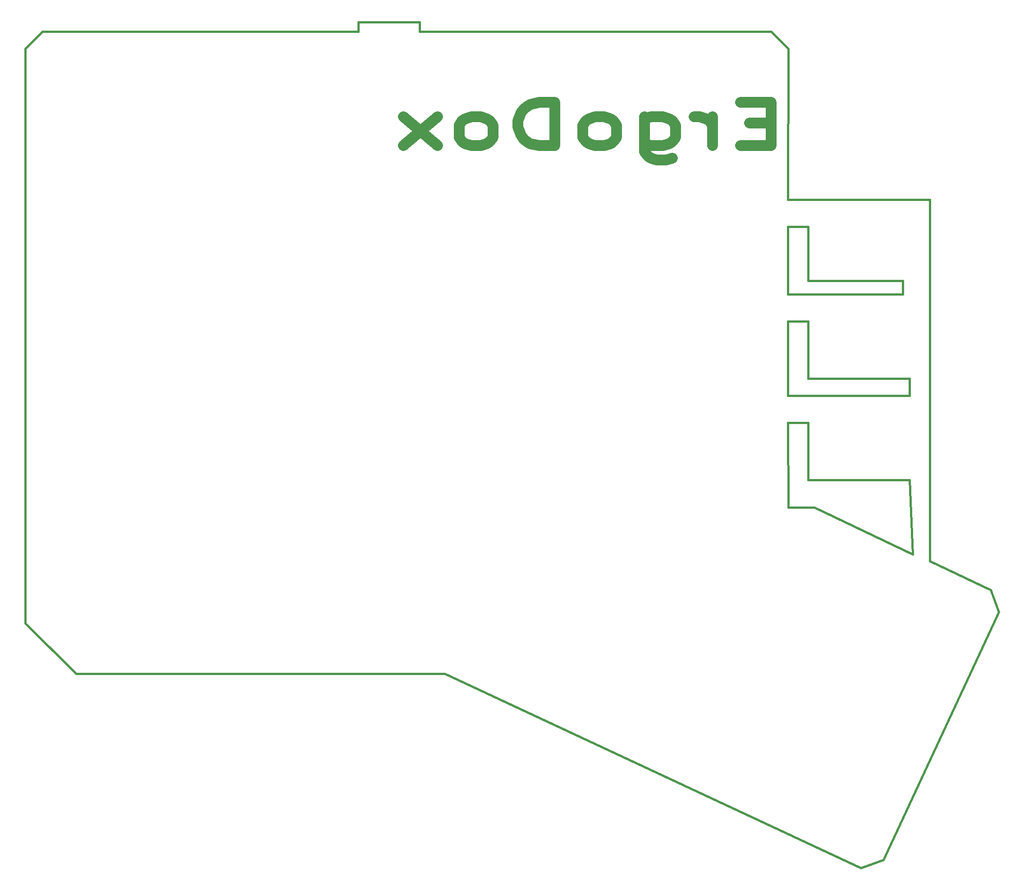
<source format=gbo>
%TF.GenerationSoftware,KiCad,Pcbnew,5.1.7*%
%TF.CreationDate,2020-10-12T11:44:49-07:00*%
%TF.ProjectId,ErgoDOX_left,4572676f-444f-4585-9f6c-6566742e6b69,2.0.0*%
%TF.SameCoordinates,Original*%
%TF.FileFunction,Legend,Bot*%
%TF.FilePolarity,Positive*%
%FSLAX46Y46*%
G04 Gerber Fmt 4.6, Leading zero omitted, Abs format (unit mm)*
G04 Created by KiCad (PCBNEW 5.1.7) date 2020-10-12 11:44:49*
%MOMM*%
%LPD*%
G01*
G04 APERTURE LIST*
%TA.AperFunction,Profile*%
%ADD10C,0.381000*%
%TD*%
%ADD11C,2.032000*%
G04 APERTURE END LIST*
D10*
X164846000Y-93218000D02*
X164941000Y-109166000D01*
X164846000Y-74168000D02*
X164846000Y-88138000D01*
X164846000Y-56388000D02*
X164846000Y-69088000D01*
X168656000Y-56388000D02*
X164846000Y-56388000D01*
X187706000Y-104013000D02*
X188341000Y-117983000D01*
X168656000Y-104013000D02*
X187706000Y-104013000D01*
X168656000Y-93218000D02*
X168656000Y-104013000D01*
X164846000Y-93218000D02*
X168656000Y-93218000D01*
X187706000Y-88138000D02*
X164846000Y-88138000D01*
X187706000Y-84963000D02*
X187706000Y-88138000D01*
X168656000Y-84963000D02*
X187706000Y-84963000D01*
X168656000Y-74168000D02*
X168656000Y-84963000D01*
X164846000Y-74168000D02*
X168656000Y-74168000D01*
X186436000Y-69088000D02*
X164846000Y-69088000D01*
X186436000Y-66548000D02*
X186436000Y-69088000D01*
X168656000Y-66548000D02*
X186436000Y-66548000D01*
X168656000Y-56388000D02*
X168656000Y-66548000D01*
X164846000Y-51308000D02*
X164941000Y-22933000D01*
X168656000Y-51308000D02*
X164846000Y-51308000D01*
X169843200Y-109166000D02*
X188341000Y-117983000D01*
X191516000Y-119253000D02*
X202934320Y-124596500D01*
X191516000Y-51308000D02*
X191516000Y-119253000D01*
X168656000Y-51308000D02*
X191516000Y-51308000D01*
X21634200Y-22933000D02*
X21634200Y-130883000D01*
X137431000Y-19758000D02*
X134031000Y-19758000D01*
X137431000Y-19758000D02*
X149675600Y-19758000D01*
X132505200Y-19758000D02*
X134031000Y-19758000D01*
X24809200Y-19758000D02*
X84143600Y-19758000D01*
X84143600Y-17980000D02*
X95649800Y-17980000D01*
X84143600Y-19758000D02*
X84143600Y-17980000D01*
X95649800Y-17980000D02*
X95649800Y-19758000D01*
X95649800Y-19758000D02*
X132505200Y-19758000D01*
X149675600Y-19758000D02*
X161740600Y-19758000D01*
X161740600Y-19758000D02*
X164941000Y-22933000D01*
D11*
X161739428Y-36917428D02*
X157675428Y-36917428D01*
X155933714Y-41174952D02*
X161739428Y-41174952D01*
X161739428Y-33046952D01*
X155933714Y-33046952D01*
X150708571Y-41174952D02*
X150708571Y-35756285D01*
X150708571Y-37304476D02*
X150128000Y-36530380D01*
X149547428Y-36143333D01*
X148386285Y-35756285D01*
X147225142Y-35756285D01*
X137936000Y-35756285D02*
X137936000Y-42336095D01*
X138516571Y-43110190D01*
X139097142Y-43497238D01*
X140258285Y-43884285D01*
X142000000Y-43884285D01*
X143161142Y-43497238D01*
X137936000Y-40787904D02*
X139097142Y-41174952D01*
X141419428Y-41174952D01*
X142580571Y-40787904D01*
X143161142Y-40400857D01*
X143741714Y-39626761D01*
X143741714Y-37304476D01*
X143161142Y-36530380D01*
X142580571Y-36143333D01*
X141419428Y-35756285D01*
X139097142Y-35756285D01*
X137936000Y-36143333D01*
X130388571Y-41174952D02*
X131549714Y-40787904D01*
X132130285Y-40400857D01*
X132710857Y-39626761D01*
X132710857Y-37304476D01*
X132130285Y-36530380D01*
X131549714Y-36143333D01*
X130388571Y-35756285D01*
X128646857Y-35756285D01*
X127485714Y-36143333D01*
X126905142Y-36530380D01*
X126324571Y-37304476D01*
X126324571Y-39626761D01*
X126905142Y-40400857D01*
X127485714Y-40787904D01*
X128646857Y-41174952D01*
X130388571Y-41174952D01*
X121099428Y-41174952D02*
X121099428Y-33046952D01*
X118196571Y-33046952D01*
X116454857Y-33434000D01*
X115293714Y-34208095D01*
X114713142Y-34982190D01*
X114132571Y-36530380D01*
X114132571Y-37691523D01*
X114713142Y-39239714D01*
X115293714Y-40013809D01*
X116454857Y-40787904D01*
X118196571Y-41174952D01*
X121099428Y-41174952D01*
X107165714Y-41174952D02*
X108326857Y-40787904D01*
X108907428Y-40400857D01*
X109488000Y-39626761D01*
X109488000Y-37304476D01*
X108907428Y-36530380D01*
X108326857Y-36143333D01*
X107165714Y-35756285D01*
X105424000Y-35756285D01*
X104262857Y-36143333D01*
X103682285Y-36530380D01*
X103101714Y-37304476D01*
X103101714Y-39626761D01*
X103682285Y-40400857D01*
X104262857Y-40787904D01*
X105424000Y-41174952D01*
X107165714Y-41174952D01*
X99037714Y-41174952D02*
X92651428Y-35756285D01*
X99037714Y-35756285D02*
X92651428Y-41174952D01*
D10*
X100399600Y-140408000D02*
X31159200Y-140408000D01*
X31159200Y-140408000D02*
X21634200Y-130883000D01*
X21634200Y-22933000D02*
X24809200Y-19758000D01*
X164941000Y-109166000D02*
X169843200Y-109166000D01*
X202934320Y-124596500D02*
X204471020Y-128815440D01*
X204471020Y-128815440D02*
X182787040Y-175317760D01*
X182787040Y-175317760D02*
X178568100Y-176851920D01*
X178568100Y-176851920D02*
X100399600Y-140408000D01*
M02*

</source>
